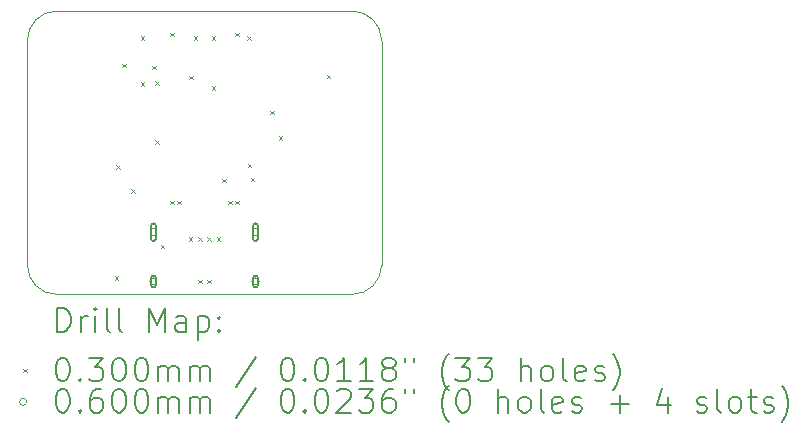
<source format=gbr>
%FSLAX45Y45*%
G04 Gerber Fmt 4.5, Leading zero omitted, Abs format (unit mm)*
G04 Created by KiCad (PCBNEW (6.0.4)) date 2023-03-05 19:49:56*
%MOMM*%
%LPD*%
G01*
G04 APERTURE LIST*
%TA.AperFunction,Profile*%
%ADD10C,0.100000*%
%TD*%
%ADD11C,0.200000*%
%ADD12C,0.030000*%
%ADD13C,0.060000*%
G04 APERTURE END LIST*
D10*
X16350000Y-9550000D02*
X16350000Y-11450000D01*
X16100000Y-11700000D02*
G75*
G03*
X16350000Y-11450000I0J250000D01*
G01*
X13350000Y-11450000D02*
G75*
G03*
X13600000Y-11700000I250000J0D01*
G01*
X16350000Y-9550000D02*
G75*
G03*
X16100000Y-9300000I-250000J0D01*
G01*
X16100000Y-11700000D02*
X13600000Y-11700000D01*
X13600000Y-9300000D02*
G75*
G03*
X13350000Y-9550000I0J-250000D01*
G01*
X13600000Y-9300000D02*
X16100000Y-9300000D01*
X13350000Y-11450000D02*
X13350000Y-9550000D01*
D11*
D12*
X14090000Y-11545000D02*
X14120000Y-11575000D01*
X14120000Y-11545000D02*
X14090000Y-11575000D01*
X14105000Y-10605000D02*
X14135000Y-10635000D01*
X14135000Y-10605000D02*
X14105000Y-10635000D01*
X14155000Y-9745000D02*
X14185000Y-9775000D01*
X14185000Y-9745000D02*
X14155000Y-9775000D01*
X14230000Y-10810000D02*
X14260000Y-10840000D01*
X14260000Y-10810000D02*
X14230000Y-10840000D01*
X14310000Y-9515000D02*
X14340000Y-9545000D01*
X14340000Y-9515000D02*
X14310000Y-9545000D01*
X14310000Y-9905000D02*
X14340000Y-9935000D01*
X14340000Y-9905000D02*
X14310000Y-9935000D01*
X14410000Y-9765000D02*
X14440000Y-9795000D01*
X14440000Y-9765000D02*
X14410000Y-9795000D01*
X14435000Y-9895000D02*
X14465000Y-9925000D01*
X14465000Y-9895000D02*
X14435000Y-9925000D01*
X14435000Y-10395000D02*
X14465000Y-10425000D01*
X14465000Y-10395000D02*
X14435000Y-10425000D01*
X14480000Y-11280000D02*
X14510000Y-11310000D01*
X14510000Y-11280000D02*
X14480000Y-11310000D01*
X14560000Y-9485000D02*
X14590000Y-9515000D01*
X14590000Y-9485000D02*
X14560000Y-9515000D01*
X14560000Y-10905000D02*
X14590000Y-10935000D01*
X14590000Y-10905000D02*
X14560000Y-10935000D01*
X14620000Y-10905000D02*
X14650000Y-10935000D01*
X14650000Y-10905000D02*
X14620000Y-10935000D01*
X14715000Y-11215000D02*
X14745000Y-11245000D01*
X14745000Y-11215000D02*
X14715000Y-11245000D01*
X14720000Y-9850000D02*
X14750000Y-9880000D01*
X14750000Y-9850000D02*
X14720000Y-9880000D01*
X14760000Y-9515000D02*
X14790000Y-9545000D01*
X14790000Y-9515000D02*
X14760000Y-9545000D01*
X14795000Y-11215000D02*
X14825000Y-11245000D01*
X14825000Y-11215000D02*
X14795000Y-11245000D01*
X14795000Y-11575000D02*
X14825000Y-11605000D01*
X14825000Y-11575000D02*
X14795000Y-11605000D01*
X14875000Y-11215000D02*
X14905000Y-11245000D01*
X14905000Y-11215000D02*
X14875000Y-11245000D01*
X14875000Y-11575000D02*
X14905000Y-11605000D01*
X14905000Y-11575000D02*
X14875000Y-11605000D01*
X14910000Y-9515000D02*
X14940000Y-9545000D01*
X14940000Y-9515000D02*
X14910000Y-9545000D01*
X14910000Y-9935000D02*
X14940000Y-9965000D01*
X14940000Y-9935000D02*
X14910000Y-9965000D01*
X14955000Y-11215000D02*
X14985000Y-11245000D01*
X14985000Y-11215000D02*
X14955000Y-11245000D01*
X15000000Y-10720000D02*
X15030000Y-10750000D01*
X15030000Y-10720000D02*
X15000000Y-10750000D01*
X15050000Y-10905000D02*
X15080000Y-10935000D01*
X15080000Y-10905000D02*
X15050000Y-10935000D01*
X15110000Y-9485000D02*
X15140000Y-9515000D01*
X15140000Y-9485000D02*
X15110000Y-9515000D01*
X15110000Y-10905000D02*
X15140000Y-10935000D01*
X15140000Y-10905000D02*
X15110000Y-10935000D01*
X15210000Y-9515000D02*
X15240000Y-9545000D01*
X15240000Y-9515000D02*
X15210000Y-9545000D01*
X15215000Y-10595000D02*
X15245000Y-10625000D01*
X15245000Y-10595000D02*
X15215000Y-10625000D01*
X15240000Y-10710000D02*
X15270000Y-10740000D01*
X15270000Y-10710000D02*
X15240000Y-10740000D01*
X15405000Y-10145000D02*
X15435000Y-10175000D01*
X15435000Y-10145000D02*
X15405000Y-10175000D01*
X15480000Y-10360000D02*
X15510000Y-10390000D01*
X15510000Y-10360000D02*
X15480000Y-10390000D01*
X15885000Y-9840000D02*
X15915000Y-9870000D01*
X15915000Y-9840000D02*
X15885000Y-9870000D01*
D13*
X14448000Y-11172000D02*
G75*
G03*
X14448000Y-11172000I-30000J0D01*
G01*
D11*
X14398000Y-11117000D02*
X14398000Y-11227000D01*
X14438000Y-11117000D02*
X14438000Y-11227000D01*
X14398000Y-11227000D02*
G75*
G03*
X14438000Y-11227000I20000J0D01*
G01*
X14438000Y-11117000D02*
G75*
G03*
X14398000Y-11117000I-20000J0D01*
G01*
D13*
X14448000Y-11590000D02*
G75*
G03*
X14448000Y-11590000I-30000J0D01*
G01*
D11*
X14398000Y-11560000D02*
X14398000Y-11620000D01*
X14438000Y-11560000D02*
X14438000Y-11620000D01*
X14398000Y-11620000D02*
G75*
G03*
X14438000Y-11620000I20000J0D01*
G01*
X14438000Y-11560000D02*
G75*
G03*
X14398000Y-11560000I-20000J0D01*
G01*
D13*
X15312000Y-11172000D02*
G75*
G03*
X15312000Y-11172000I-30000J0D01*
G01*
D11*
X15262000Y-11117000D02*
X15262000Y-11227000D01*
X15302000Y-11117000D02*
X15302000Y-11227000D01*
X15262000Y-11227000D02*
G75*
G03*
X15302000Y-11227000I20000J0D01*
G01*
X15302000Y-11117000D02*
G75*
G03*
X15262000Y-11117000I-20000J0D01*
G01*
D13*
X15312000Y-11590000D02*
G75*
G03*
X15312000Y-11590000I-30000J0D01*
G01*
D11*
X15262000Y-11560000D02*
X15262000Y-11620000D01*
X15302000Y-11560000D02*
X15302000Y-11620000D01*
X15262000Y-11620000D02*
G75*
G03*
X15302000Y-11620000I20000J0D01*
G01*
X15302000Y-11560000D02*
G75*
G03*
X15262000Y-11560000I-20000J0D01*
G01*
X13602619Y-12015476D02*
X13602619Y-11815476D01*
X13650238Y-11815476D01*
X13678809Y-11825000D01*
X13697857Y-11844048D01*
X13707381Y-11863095D01*
X13716905Y-11901190D01*
X13716905Y-11929762D01*
X13707381Y-11967857D01*
X13697857Y-11986905D01*
X13678809Y-12005952D01*
X13650238Y-12015476D01*
X13602619Y-12015476D01*
X13802619Y-12015476D02*
X13802619Y-11882143D01*
X13802619Y-11920238D02*
X13812143Y-11901190D01*
X13821667Y-11891667D01*
X13840714Y-11882143D01*
X13859762Y-11882143D01*
X13926428Y-12015476D02*
X13926428Y-11882143D01*
X13926428Y-11815476D02*
X13916905Y-11825000D01*
X13926428Y-11834524D01*
X13935952Y-11825000D01*
X13926428Y-11815476D01*
X13926428Y-11834524D01*
X14050238Y-12015476D02*
X14031190Y-12005952D01*
X14021667Y-11986905D01*
X14021667Y-11815476D01*
X14155000Y-12015476D02*
X14135952Y-12005952D01*
X14126428Y-11986905D01*
X14126428Y-11815476D01*
X14383571Y-12015476D02*
X14383571Y-11815476D01*
X14450238Y-11958333D01*
X14516905Y-11815476D01*
X14516905Y-12015476D01*
X14697857Y-12015476D02*
X14697857Y-11910714D01*
X14688333Y-11891667D01*
X14669286Y-11882143D01*
X14631190Y-11882143D01*
X14612143Y-11891667D01*
X14697857Y-12005952D02*
X14678809Y-12015476D01*
X14631190Y-12015476D01*
X14612143Y-12005952D01*
X14602619Y-11986905D01*
X14602619Y-11967857D01*
X14612143Y-11948809D01*
X14631190Y-11939286D01*
X14678809Y-11939286D01*
X14697857Y-11929762D01*
X14793095Y-11882143D02*
X14793095Y-12082143D01*
X14793095Y-11891667D02*
X14812143Y-11882143D01*
X14850238Y-11882143D01*
X14869286Y-11891667D01*
X14878809Y-11901190D01*
X14888333Y-11920238D01*
X14888333Y-11977381D01*
X14878809Y-11996428D01*
X14869286Y-12005952D01*
X14850238Y-12015476D01*
X14812143Y-12015476D01*
X14793095Y-12005952D01*
X14974048Y-11996428D02*
X14983571Y-12005952D01*
X14974048Y-12015476D01*
X14964524Y-12005952D01*
X14974048Y-11996428D01*
X14974048Y-12015476D01*
X14974048Y-11891667D02*
X14983571Y-11901190D01*
X14974048Y-11910714D01*
X14964524Y-11901190D01*
X14974048Y-11891667D01*
X14974048Y-11910714D01*
D12*
X13315000Y-12330000D02*
X13345000Y-12360000D01*
X13345000Y-12330000D02*
X13315000Y-12360000D01*
D11*
X13640714Y-12235476D02*
X13659762Y-12235476D01*
X13678809Y-12245000D01*
X13688333Y-12254524D01*
X13697857Y-12273571D01*
X13707381Y-12311667D01*
X13707381Y-12359286D01*
X13697857Y-12397381D01*
X13688333Y-12416428D01*
X13678809Y-12425952D01*
X13659762Y-12435476D01*
X13640714Y-12435476D01*
X13621667Y-12425952D01*
X13612143Y-12416428D01*
X13602619Y-12397381D01*
X13593095Y-12359286D01*
X13593095Y-12311667D01*
X13602619Y-12273571D01*
X13612143Y-12254524D01*
X13621667Y-12245000D01*
X13640714Y-12235476D01*
X13793095Y-12416428D02*
X13802619Y-12425952D01*
X13793095Y-12435476D01*
X13783571Y-12425952D01*
X13793095Y-12416428D01*
X13793095Y-12435476D01*
X13869286Y-12235476D02*
X13993095Y-12235476D01*
X13926428Y-12311667D01*
X13955000Y-12311667D01*
X13974048Y-12321190D01*
X13983571Y-12330714D01*
X13993095Y-12349762D01*
X13993095Y-12397381D01*
X13983571Y-12416428D01*
X13974048Y-12425952D01*
X13955000Y-12435476D01*
X13897857Y-12435476D01*
X13878809Y-12425952D01*
X13869286Y-12416428D01*
X14116905Y-12235476D02*
X14135952Y-12235476D01*
X14155000Y-12245000D01*
X14164524Y-12254524D01*
X14174048Y-12273571D01*
X14183571Y-12311667D01*
X14183571Y-12359286D01*
X14174048Y-12397381D01*
X14164524Y-12416428D01*
X14155000Y-12425952D01*
X14135952Y-12435476D01*
X14116905Y-12435476D01*
X14097857Y-12425952D01*
X14088333Y-12416428D01*
X14078809Y-12397381D01*
X14069286Y-12359286D01*
X14069286Y-12311667D01*
X14078809Y-12273571D01*
X14088333Y-12254524D01*
X14097857Y-12245000D01*
X14116905Y-12235476D01*
X14307381Y-12235476D02*
X14326428Y-12235476D01*
X14345476Y-12245000D01*
X14355000Y-12254524D01*
X14364524Y-12273571D01*
X14374048Y-12311667D01*
X14374048Y-12359286D01*
X14364524Y-12397381D01*
X14355000Y-12416428D01*
X14345476Y-12425952D01*
X14326428Y-12435476D01*
X14307381Y-12435476D01*
X14288333Y-12425952D01*
X14278809Y-12416428D01*
X14269286Y-12397381D01*
X14259762Y-12359286D01*
X14259762Y-12311667D01*
X14269286Y-12273571D01*
X14278809Y-12254524D01*
X14288333Y-12245000D01*
X14307381Y-12235476D01*
X14459762Y-12435476D02*
X14459762Y-12302143D01*
X14459762Y-12321190D02*
X14469286Y-12311667D01*
X14488333Y-12302143D01*
X14516905Y-12302143D01*
X14535952Y-12311667D01*
X14545476Y-12330714D01*
X14545476Y-12435476D01*
X14545476Y-12330714D02*
X14555000Y-12311667D01*
X14574048Y-12302143D01*
X14602619Y-12302143D01*
X14621667Y-12311667D01*
X14631190Y-12330714D01*
X14631190Y-12435476D01*
X14726428Y-12435476D02*
X14726428Y-12302143D01*
X14726428Y-12321190D02*
X14735952Y-12311667D01*
X14755000Y-12302143D01*
X14783571Y-12302143D01*
X14802619Y-12311667D01*
X14812143Y-12330714D01*
X14812143Y-12435476D01*
X14812143Y-12330714D02*
X14821667Y-12311667D01*
X14840714Y-12302143D01*
X14869286Y-12302143D01*
X14888333Y-12311667D01*
X14897857Y-12330714D01*
X14897857Y-12435476D01*
X15288333Y-12225952D02*
X15116905Y-12483095D01*
X15545476Y-12235476D02*
X15564524Y-12235476D01*
X15583571Y-12245000D01*
X15593095Y-12254524D01*
X15602619Y-12273571D01*
X15612143Y-12311667D01*
X15612143Y-12359286D01*
X15602619Y-12397381D01*
X15593095Y-12416428D01*
X15583571Y-12425952D01*
X15564524Y-12435476D01*
X15545476Y-12435476D01*
X15526428Y-12425952D01*
X15516905Y-12416428D01*
X15507381Y-12397381D01*
X15497857Y-12359286D01*
X15497857Y-12311667D01*
X15507381Y-12273571D01*
X15516905Y-12254524D01*
X15526428Y-12245000D01*
X15545476Y-12235476D01*
X15697857Y-12416428D02*
X15707381Y-12425952D01*
X15697857Y-12435476D01*
X15688333Y-12425952D01*
X15697857Y-12416428D01*
X15697857Y-12435476D01*
X15831190Y-12235476D02*
X15850238Y-12235476D01*
X15869286Y-12245000D01*
X15878809Y-12254524D01*
X15888333Y-12273571D01*
X15897857Y-12311667D01*
X15897857Y-12359286D01*
X15888333Y-12397381D01*
X15878809Y-12416428D01*
X15869286Y-12425952D01*
X15850238Y-12435476D01*
X15831190Y-12435476D01*
X15812143Y-12425952D01*
X15802619Y-12416428D01*
X15793095Y-12397381D01*
X15783571Y-12359286D01*
X15783571Y-12311667D01*
X15793095Y-12273571D01*
X15802619Y-12254524D01*
X15812143Y-12245000D01*
X15831190Y-12235476D01*
X16088333Y-12435476D02*
X15974048Y-12435476D01*
X16031190Y-12435476D02*
X16031190Y-12235476D01*
X16012143Y-12264048D01*
X15993095Y-12283095D01*
X15974048Y-12292619D01*
X16278809Y-12435476D02*
X16164524Y-12435476D01*
X16221667Y-12435476D02*
X16221667Y-12235476D01*
X16202619Y-12264048D01*
X16183571Y-12283095D01*
X16164524Y-12292619D01*
X16393095Y-12321190D02*
X16374048Y-12311667D01*
X16364524Y-12302143D01*
X16355000Y-12283095D01*
X16355000Y-12273571D01*
X16364524Y-12254524D01*
X16374048Y-12245000D01*
X16393095Y-12235476D01*
X16431190Y-12235476D01*
X16450238Y-12245000D01*
X16459762Y-12254524D01*
X16469286Y-12273571D01*
X16469286Y-12283095D01*
X16459762Y-12302143D01*
X16450238Y-12311667D01*
X16431190Y-12321190D01*
X16393095Y-12321190D01*
X16374048Y-12330714D01*
X16364524Y-12340238D01*
X16355000Y-12359286D01*
X16355000Y-12397381D01*
X16364524Y-12416428D01*
X16374048Y-12425952D01*
X16393095Y-12435476D01*
X16431190Y-12435476D01*
X16450238Y-12425952D01*
X16459762Y-12416428D01*
X16469286Y-12397381D01*
X16469286Y-12359286D01*
X16459762Y-12340238D01*
X16450238Y-12330714D01*
X16431190Y-12321190D01*
X16545476Y-12235476D02*
X16545476Y-12273571D01*
X16621667Y-12235476D02*
X16621667Y-12273571D01*
X16916905Y-12511667D02*
X16907381Y-12502143D01*
X16888333Y-12473571D01*
X16878810Y-12454524D01*
X16869286Y-12425952D01*
X16859762Y-12378333D01*
X16859762Y-12340238D01*
X16869286Y-12292619D01*
X16878810Y-12264048D01*
X16888333Y-12245000D01*
X16907381Y-12216428D01*
X16916905Y-12206905D01*
X16974048Y-12235476D02*
X17097857Y-12235476D01*
X17031190Y-12311667D01*
X17059762Y-12311667D01*
X17078810Y-12321190D01*
X17088333Y-12330714D01*
X17097857Y-12349762D01*
X17097857Y-12397381D01*
X17088333Y-12416428D01*
X17078810Y-12425952D01*
X17059762Y-12435476D01*
X17002619Y-12435476D01*
X16983571Y-12425952D01*
X16974048Y-12416428D01*
X17164524Y-12235476D02*
X17288333Y-12235476D01*
X17221667Y-12311667D01*
X17250238Y-12311667D01*
X17269286Y-12321190D01*
X17278810Y-12330714D01*
X17288333Y-12349762D01*
X17288333Y-12397381D01*
X17278810Y-12416428D01*
X17269286Y-12425952D01*
X17250238Y-12435476D01*
X17193095Y-12435476D01*
X17174048Y-12425952D01*
X17164524Y-12416428D01*
X17526429Y-12435476D02*
X17526429Y-12235476D01*
X17612143Y-12435476D02*
X17612143Y-12330714D01*
X17602619Y-12311667D01*
X17583571Y-12302143D01*
X17555000Y-12302143D01*
X17535952Y-12311667D01*
X17526429Y-12321190D01*
X17735952Y-12435476D02*
X17716905Y-12425952D01*
X17707381Y-12416428D01*
X17697857Y-12397381D01*
X17697857Y-12340238D01*
X17707381Y-12321190D01*
X17716905Y-12311667D01*
X17735952Y-12302143D01*
X17764524Y-12302143D01*
X17783571Y-12311667D01*
X17793095Y-12321190D01*
X17802619Y-12340238D01*
X17802619Y-12397381D01*
X17793095Y-12416428D01*
X17783571Y-12425952D01*
X17764524Y-12435476D01*
X17735952Y-12435476D01*
X17916905Y-12435476D02*
X17897857Y-12425952D01*
X17888333Y-12406905D01*
X17888333Y-12235476D01*
X18069286Y-12425952D02*
X18050238Y-12435476D01*
X18012143Y-12435476D01*
X17993095Y-12425952D01*
X17983571Y-12406905D01*
X17983571Y-12330714D01*
X17993095Y-12311667D01*
X18012143Y-12302143D01*
X18050238Y-12302143D01*
X18069286Y-12311667D01*
X18078810Y-12330714D01*
X18078810Y-12349762D01*
X17983571Y-12368809D01*
X18155000Y-12425952D02*
X18174048Y-12435476D01*
X18212143Y-12435476D01*
X18231190Y-12425952D01*
X18240714Y-12406905D01*
X18240714Y-12397381D01*
X18231190Y-12378333D01*
X18212143Y-12368809D01*
X18183571Y-12368809D01*
X18164524Y-12359286D01*
X18155000Y-12340238D01*
X18155000Y-12330714D01*
X18164524Y-12311667D01*
X18183571Y-12302143D01*
X18212143Y-12302143D01*
X18231190Y-12311667D01*
X18307381Y-12511667D02*
X18316905Y-12502143D01*
X18335952Y-12473571D01*
X18345476Y-12454524D01*
X18355000Y-12425952D01*
X18364524Y-12378333D01*
X18364524Y-12340238D01*
X18355000Y-12292619D01*
X18345476Y-12264048D01*
X18335952Y-12245000D01*
X18316905Y-12216428D01*
X18307381Y-12206905D01*
D13*
X13345000Y-12609000D02*
G75*
G03*
X13345000Y-12609000I-30000J0D01*
G01*
D11*
X13640714Y-12499476D02*
X13659762Y-12499476D01*
X13678809Y-12509000D01*
X13688333Y-12518524D01*
X13697857Y-12537571D01*
X13707381Y-12575667D01*
X13707381Y-12623286D01*
X13697857Y-12661381D01*
X13688333Y-12680428D01*
X13678809Y-12689952D01*
X13659762Y-12699476D01*
X13640714Y-12699476D01*
X13621667Y-12689952D01*
X13612143Y-12680428D01*
X13602619Y-12661381D01*
X13593095Y-12623286D01*
X13593095Y-12575667D01*
X13602619Y-12537571D01*
X13612143Y-12518524D01*
X13621667Y-12509000D01*
X13640714Y-12499476D01*
X13793095Y-12680428D02*
X13802619Y-12689952D01*
X13793095Y-12699476D01*
X13783571Y-12689952D01*
X13793095Y-12680428D01*
X13793095Y-12699476D01*
X13974048Y-12499476D02*
X13935952Y-12499476D01*
X13916905Y-12509000D01*
X13907381Y-12518524D01*
X13888333Y-12547095D01*
X13878809Y-12585190D01*
X13878809Y-12661381D01*
X13888333Y-12680428D01*
X13897857Y-12689952D01*
X13916905Y-12699476D01*
X13955000Y-12699476D01*
X13974048Y-12689952D01*
X13983571Y-12680428D01*
X13993095Y-12661381D01*
X13993095Y-12613762D01*
X13983571Y-12594714D01*
X13974048Y-12585190D01*
X13955000Y-12575667D01*
X13916905Y-12575667D01*
X13897857Y-12585190D01*
X13888333Y-12594714D01*
X13878809Y-12613762D01*
X14116905Y-12499476D02*
X14135952Y-12499476D01*
X14155000Y-12509000D01*
X14164524Y-12518524D01*
X14174048Y-12537571D01*
X14183571Y-12575667D01*
X14183571Y-12623286D01*
X14174048Y-12661381D01*
X14164524Y-12680428D01*
X14155000Y-12689952D01*
X14135952Y-12699476D01*
X14116905Y-12699476D01*
X14097857Y-12689952D01*
X14088333Y-12680428D01*
X14078809Y-12661381D01*
X14069286Y-12623286D01*
X14069286Y-12575667D01*
X14078809Y-12537571D01*
X14088333Y-12518524D01*
X14097857Y-12509000D01*
X14116905Y-12499476D01*
X14307381Y-12499476D02*
X14326428Y-12499476D01*
X14345476Y-12509000D01*
X14355000Y-12518524D01*
X14364524Y-12537571D01*
X14374048Y-12575667D01*
X14374048Y-12623286D01*
X14364524Y-12661381D01*
X14355000Y-12680428D01*
X14345476Y-12689952D01*
X14326428Y-12699476D01*
X14307381Y-12699476D01*
X14288333Y-12689952D01*
X14278809Y-12680428D01*
X14269286Y-12661381D01*
X14259762Y-12623286D01*
X14259762Y-12575667D01*
X14269286Y-12537571D01*
X14278809Y-12518524D01*
X14288333Y-12509000D01*
X14307381Y-12499476D01*
X14459762Y-12699476D02*
X14459762Y-12566143D01*
X14459762Y-12585190D02*
X14469286Y-12575667D01*
X14488333Y-12566143D01*
X14516905Y-12566143D01*
X14535952Y-12575667D01*
X14545476Y-12594714D01*
X14545476Y-12699476D01*
X14545476Y-12594714D02*
X14555000Y-12575667D01*
X14574048Y-12566143D01*
X14602619Y-12566143D01*
X14621667Y-12575667D01*
X14631190Y-12594714D01*
X14631190Y-12699476D01*
X14726428Y-12699476D02*
X14726428Y-12566143D01*
X14726428Y-12585190D02*
X14735952Y-12575667D01*
X14755000Y-12566143D01*
X14783571Y-12566143D01*
X14802619Y-12575667D01*
X14812143Y-12594714D01*
X14812143Y-12699476D01*
X14812143Y-12594714D02*
X14821667Y-12575667D01*
X14840714Y-12566143D01*
X14869286Y-12566143D01*
X14888333Y-12575667D01*
X14897857Y-12594714D01*
X14897857Y-12699476D01*
X15288333Y-12489952D02*
X15116905Y-12747095D01*
X15545476Y-12499476D02*
X15564524Y-12499476D01*
X15583571Y-12509000D01*
X15593095Y-12518524D01*
X15602619Y-12537571D01*
X15612143Y-12575667D01*
X15612143Y-12623286D01*
X15602619Y-12661381D01*
X15593095Y-12680428D01*
X15583571Y-12689952D01*
X15564524Y-12699476D01*
X15545476Y-12699476D01*
X15526428Y-12689952D01*
X15516905Y-12680428D01*
X15507381Y-12661381D01*
X15497857Y-12623286D01*
X15497857Y-12575667D01*
X15507381Y-12537571D01*
X15516905Y-12518524D01*
X15526428Y-12509000D01*
X15545476Y-12499476D01*
X15697857Y-12680428D02*
X15707381Y-12689952D01*
X15697857Y-12699476D01*
X15688333Y-12689952D01*
X15697857Y-12680428D01*
X15697857Y-12699476D01*
X15831190Y-12499476D02*
X15850238Y-12499476D01*
X15869286Y-12509000D01*
X15878809Y-12518524D01*
X15888333Y-12537571D01*
X15897857Y-12575667D01*
X15897857Y-12623286D01*
X15888333Y-12661381D01*
X15878809Y-12680428D01*
X15869286Y-12689952D01*
X15850238Y-12699476D01*
X15831190Y-12699476D01*
X15812143Y-12689952D01*
X15802619Y-12680428D01*
X15793095Y-12661381D01*
X15783571Y-12623286D01*
X15783571Y-12575667D01*
X15793095Y-12537571D01*
X15802619Y-12518524D01*
X15812143Y-12509000D01*
X15831190Y-12499476D01*
X15974048Y-12518524D02*
X15983571Y-12509000D01*
X16002619Y-12499476D01*
X16050238Y-12499476D01*
X16069286Y-12509000D01*
X16078809Y-12518524D01*
X16088333Y-12537571D01*
X16088333Y-12556619D01*
X16078809Y-12585190D01*
X15964524Y-12699476D01*
X16088333Y-12699476D01*
X16155000Y-12499476D02*
X16278809Y-12499476D01*
X16212143Y-12575667D01*
X16240714Y-12575667D01*
X16259762Y-12585190D01*
X16269286Y-12594714D01*
X16278809Y-12613762D01*
X16278809Y-12661381D01*
X16269286Y-12680428D01*
X16259762Y-12689952D01*
X16240714Y-12699476D01*
X16183571Y-12699476D01*
X16164524Y-12689952D01*
X16155000Y-12680428D01*
X16450238Y-12499476D02*
X16412143Y-12499476D01*
X16393095Y-12509000D01*
X16383571Y-12518524D01*
X16364524Y-12547095D01*
X16355000Y-12585190D01*
X16355000Y-12661381D01*
X16364524Y-12680428D01*
X16374048Y-12689952D01*
X16393095Y-12699476D01*
X16431190Y-12699476D01*
X16450238Y-12689952D01*
X16459762Y-12680428D01*
X16469286Y-12661381D01*
X16469286Y-12613762D01*
X16459762Y-12594714D01*
X16450238Y-12585190D01*
X16431190Y-12575667D01*
X16393095Y-12575667D01*
X16374048Y-12585190D01*
X16364524Y-12594714D01*
X16355000Y-12613762D01*
X16545476Y-12499476D02*
X16545476Y-12537571D01*
X16621667Y-12499476D02*
X16621667Y-12537571D01*
X16916905Y-12775667D02*
X16907381Y-12766143D01*
X16888333Y-12737571D01*
X16878810Y-12718524D01*
X16869286Y-12689952D01*
X16859762Y-12642333D01*
X16859762Y-12604238D01*
X16869286Y-12556619D01*
X16878810Y-12528048D01*
X16888333Y-12509000D01*
X16907381Y-12480428D01*
X16916905Y-12470905D01*
X17031190Y-12499476D02*
X17050238Y-12499476D01*
X17069286Y-12509000D01*
X17078810Y-12518524D01*
X17088333Y-12537571D01*
X17097857Y-12575667D01*
X17097857Y-12623286D01*
X17088333Y-12661381D01*
X17078810Y-12680428D01*
X17069286Y-12689952D01*
X17050238Y-12699476D01*
X17031190Y-12699476D01*
X17012143Y-12689952D01*
X17002619Y-12680428D01*
X16993095Y-12661381D01*
X16983571Y-12623286D01*
X16983571Y-12575667D01*
X16993095Y-12537571D01*
X17002619Y-12518524D01*
X17012143Y-12509000D01*
X17031190Y-12499476D01*
X17335952Y-12699476D02*
X17335952Y-12499476D01*
X17421667Y-12699476D02*
X17421667Y-12594714D01*
X17412143Y-12575667D01*
X17393095Y-12566143D01*
X17364524Y-12566143D01*
X17345476Y-12575667D01*
X17335952Y-12585190D01*
X17545476Y-12699476D02*
X17526429Y-12689952D01*
X17516905Y-12680428D01*
X17507381Y-12661381D01*
X17507381Y-12604238D01*
X17516905Y-12585190D01*
X17526429Y-12575667D01*
X17545476Y-12566143D01*
X17574048Y-12566143D01*
X17593095Y-12575667D01*
X17602619Y-12585190D01*
X17612143Y-12604238D01*
X17612143Y-12661381D01*
X17602619Y-12680428D01*
X17593095Y-12689952D01*
X17574048Y-12699476D01*
X17545476Y-12699476D01*
X17726429Y-12699476D02*
X17707381Y-12689952D01*
X17697857Y-12670905D01*
X17697857Y-12499476D01*
X17878810Y-12689952D02*
X17859762Y-12699476D01*
X17821667Y-12699476D01*
X17802619Y-12689952D01*
X17793095Y-12670905D01*
X17793095Y-12594714D01*
X17802619Y-12575667D01*
X17821667Y-12566143D01*
X17859762Y-12566143D01*
X17878810Y-12575667D01*
X17888333Y-12594714D01*
X17888333Y-12613762D01*
X17793095Y-12632809D01*
X17964524Y-12689952D02*
X17983571Y-12699476D01*
X18021667Y-12699476D01*
X18040714Y-12689952D01*
X18050238Y-12670905D01*
X18050238Y-12661381D01*
X18040714Y-12642333D01*
X18021667Y-12632809D01*
X17993095Y-12632809D01*
X17974048Y-12623286D01*
X17964524Y-12604238D01*
X17964524Y-12594714D01*
X17974048Y-12575667D01*
X17993095Y-12566143D01*
X18021667Y-12566143D01*
X18040714Y-12575667D01*
X18288333Y-12623286D02*
X18440714Y-12623286D01*
X18364524Y-12699476D02*
X18364524Y-12547095D01*
X18774048Y-12566143D02*
X18774048Y-12699476D01*
X18726429Y-12489952D02*
X18678810Y-12632809D01*
X18802619Y-12632809D01*
X19021667Y-12689952D02*
X19040714Y-12699476D01*
X19078810Y-12699476D01*
X19097857Y-12689952D01*
X19107381Y-12670905D01*
X19107381Y-12661381D01*
X19097857Y-12642333D01*
X19078810Y-12632809D01*
X19050238Y-12632809D01*
X19031190Y-12623286D01*
X19021667Y-12604238D01*
X19021667Y-12594714D01*
X19031190Y-12575667D01*
X19050238Y-12566143D01*
X19078810Y-12566143D01*
X19097857Y-12575667D01*
X19221667Y-12699476D02*
X19202619Y-12689952D01*
X19193095Y-12670905D01*
X19193095Y-12499476D01*
X19326429Y-12699476D02*
X19307381Y-12689952D01*
X19297857Y-12680428D01*
X19288333Y-12661381D01*
X19288333Y-12604238D01*
X19297857Y-12585190D01*
X19307381Y-12575667D01*
X19326429Y-12566143D01*
X19355000Y-12566143D01*
X19374048Y-12575667D01*
X19383571Y-12585190D01*
X19393095Y-12604238D01*
X19393095Y-12661381D01*
X19383571Y-12680428D01*
X19374048Y-12689952D01*
X19355000Y-12699476D01*
X19326429Y-12699476D01*
X19450238Y-12566143D02*
X19526429Y-12566143D01*
X19478810Y-12499476D02*
X19478810Y-12670905D01*
X19488333Y-12689952D01*
X19507381Y-12699476D01*
X19526429Y-12699476D01*
X19583571Y-12689952D02*
X19602619Y-12699476D01*
X19640714Y-12699476D01*
X19659762Y-12689952D01*
X19669286Y-12670905D01*
X19669286Y-12661381D01*
X19659762Y-12642333D01*
X19640714Y-12632809D01*
X19612143Y-12632809D01*
X19593095Y-12623286D01*
X19583571Y-12604238D01*
X19583571Y-12594714D01*
X19593095Y-12575667D01*
X19612143Y-12566143D01*
X19640714Y-12566143D01*
X19659762Y-12575667D01*
X19735952Y-12775667D02*
X19745476Y-12766143D01*
X19764524Y-12737571D01*
X19774048Y-12718524D01*
X19783571Y-12689952D01*
X19793095Y-12642333D01*
X19793095Y-12604238D01*
X19783571Y-12556619D01*
X19774048Y-12528048D01*
X19764524Y-12509000D01*
X19745476Y-12480428D01*
X19735952Y-12470905D01*
M02*

</source>
